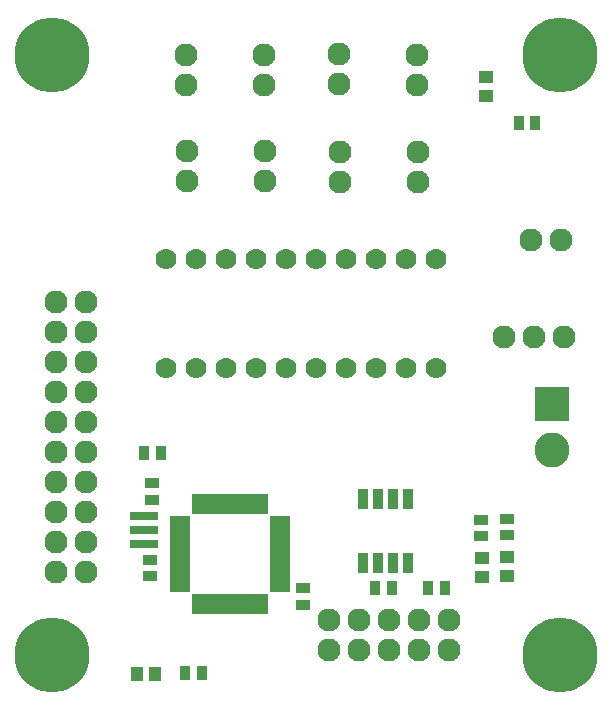
<source format=gts>
G04 EasyPC Gerber Version 21.0.3 Build 4286 *
G04 #@! TF.Part,Single*
G04 #@! TF.FileFunction,Soldermask,Top *
G04 #@! TF.FilePolarity,Negative *
%FSLAX45Y45*%
%MOIN*%
G04 #@! TA.AperFunction,SMDPad*
%ADD122R,0.03362X0.06807*%
%ADD11R,0.03559X0.04937*%
%ADD95R,0.03559X0.06906*%
%ADD96R,0.04346X0.04740*%
G04 #@! TA.AperFunction,ComponentPad*
%ADD16R,0.11630X0.11630*%
%ADD97C,0.07000*%
%ADD19C,0.07693*%
%ADD17C,0.11630*%
G04 #@! TA.AperFunction,SMDPad*
%ADD94R,0.09268X0.02575*%
%ADD121R,0.06807X0.03362*%
%ADD93R,0.04937X0.03559*%
G04 #@! TA.AperFunction,WasherPad*
%ADD89C,0.25016*%
G04 #@! TA.AperFunction,SMDPad*
%ADD140R,0.04740X0.04346*%
X0Y0D02*
D02*
D11*
X49030Y106961D03*
X54581D03*
X62642Y33637D03*
X68193D03*
X126047Y61981D03*
X131598D03*
X143646Y61902D03*
X149197D03*
X173872Y216941D03*
X179423D03*
D02*
D16*
X184906Y123496D03*
D02*
D17*
Y107906D03*
D02*
D19*
X19591Y67315D03*
Y77315D03*
Y87315D03*
Y97315D03*
Y107315D03*
Y117315D03*
Y127315D03*
Y137315D03*
Y147315D03*
Y157315D03*
X29591Y67315D03*
Y77315D03*
Y87315D03*
Y97315D03*
Y107315D03*
Y117315D03*
Y127315D03*
Y137315D03*
Y147315D03*
Y157315D03*
X63134Y229851D03*
Y239851D03*
X63429Y197600D03*
Y207600D03*
X89156Y229851D03*
Y239851D03*
X89335Y197644D03*
Y207644D03*
X110791Y41353D03*
Y51353D03*
X113862Y230226D03*
Y240226D03*
X114256Y197519D03*
Y207519D03*
X120791Y41353D03*
Y51353D03*
X130791Y41353D03*
Y51353D03*
X140075Y229726D03*
Y239726D03*
X140260Y197394D03*
Y207394D03*
X140791Y41353D03*
Y51353D03*
X150791Y41353D03*
Y51353D03*
X168931Y145622D03*
X178045Y178024D03*
X178931Y145622D03*
X187888Y178024D03*
X188931Y145622D03*
D02*
D89*
X18360Y39865D03*
Y239865D03*
X187691Y39865D03*
Y239865D03*
D02*
D93*
X51116Y65957D03*
Y71508D03*
X51599Y91393D03*
Y96944D03*
X101844Y56545D03*
Y62096D03*
X161274Y79284D03*
Y84835D03*
X169974Y79628D03*
Y85180D03*
D02*
D94*
X49103Y76741D03*
Y81465D03*
Y86189D03*
D02*
D95*
X121923Y70435D03*
Y91695D03*
X126923Y70435D03*
Y91695D03*
X131923Y70435D03*
Y91695D03*
X136923Y70435D03*
Y91695D03*
D02*
D96*
X46510Y33416D03*
X52809D03*
D02*
D97*
X56205Y135317D03*
Y171617D03*
X66205Y135317D03*
Y171617D03*
X76205Y135317D03*
Y171617D03*
X86205Y135317D03*
Y171617D03*
X96205Y135317D03*
Y171617D03*
X106205Y135317D03*
Y171617D03*
X116205Y135317D03*
Y171617D03*
X126205Y135317D03*
Y171617D03*
X136205Y135317D03*
Y171617D03*
X146205Y135317D03*
Y171617D03*
D02*
D121*
X61003Y62426D03*
Y65575D03*
Y68725D03*
Y71874D03*
Y75024D03*
Y78174D03*
Y81323D03*
Y84473D03*
X94373Y62426D03*
Y65575D03*
Y68725D03*
Y71874D03*
Y75024D03*
Y78174D03*
Y81323D03*
Y84473D03*
D02*
D122*
X66665Y56764D03*
Y90134D03*
X69814Y56764D03*
Y90134D03*
X72964Y56764D03*
Y90134D03*
X76113Y56764D03*
Y90134D03*
X79263Y56764D03*
Y90134D03*
X82413Y56764D03*
Y90134D03*
X85562Y56764D03*
Y90134D03*
X88712Y56764D03*
Y90134D03*
D02*
D140*
X161530Y65809D03*
Y72109D03*
X163065Y226006D03*
Y232306D03*
X170004Y65947D03*
Y72246D03*
X0Y0D02*
M02*

</source>
